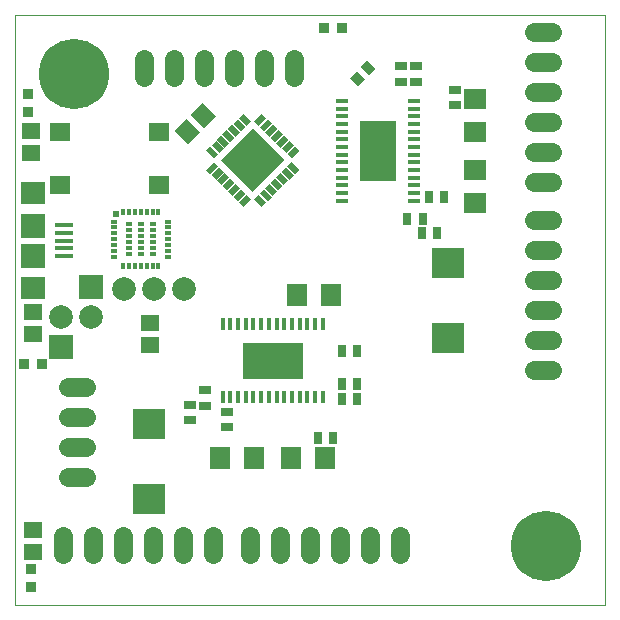
<source format=gts>
G75*
%MOIN*%
%OFA0B0*%
%FSLAX25Y25*%
%IPPOS*%
%LPD*%
%AMOC8*
5,1,8,0,0,1.08239X$1,22.5*
%
%ADD10C,0.00000*%
%ADD11R,0.01778X0.04337*%
%ADD12R,0.20085X0.12211*%
%ADD13R,0.06699X0.07498*%
%ADD14R,0.03943X0.03156*%
%ADD15R,0.03156X0.03943*%
%ADD16R,0.11030X0.10439*%
%ADD17R,0.04337X0.01778*%
%ADD18R,0.12211X0.20085*%
%ADD19R,0.07498X0.06699*%
%ADD20C,0.06400*%
%ADD21R,0.03550X0.03550*%
%ADD22R,0.05518X0.06306*%
%ADD23R,0.06700X0.05912*%
%ADD24R,0.06306X0.05518*%
%ADD25C,0.23400*%
%ADD26R,0.02100X0.03600*%
%ADD27R,0.15000X0.15000*%
%ADD28R,0.02362X0.01181*%
%ADD29R,0.01181X0.02362*%
%ADD30R,0.01969X0.01969*%
%ADD31C,0.07900*%
%ADD32R,0.07900X0.07900*%
%ADD33R,0.05912X0.01778*%
%ADD34R,0.07880X0.07487*%
%ADD35R,0.07880X0.07880*%
D10*
X0034331Y0035000D02*
X0034331Y0231850D01*
X0231181Y0231850D01*
X0231181Y0035000D01*
X0034331Y0035000D01*
D11*
X0103669Y0104270D03*
X0106228Y0104270D03*
X0108787Y0104270D03*
X0111346Y0104270D03*
X0113906Y0104270D03*
X0116465Y0104270D03*
X0119024Y0104270D03*
X0121583Y0104270D03*
X0124142Y0104270D03*
X0126701Y0104270D03*
X0129260Y0104270D03*
X0131819Y0104270D03*
X0134378Y0104270D03*
X0136937Y0104270D03*
X0136937Y0128581D03*
X0134378Y0128581D03*
X0131819Y0128581D03*
X0129260Y0128581D03*
X0126701Y0128581D03*
X0124142Y0128581D03*
X0121583Y0128581D03*
X0119024Y0128581D03*
X0116465Y0128581D03*
X0113906Y0128581D03*
X0111346Y0128581D03*
X0108787Y0128581D03*
X0106228Y0128581D03*
X0103669Y0128581D03*
D12*
X0120303Y0116425D03*
D13*
X0128500Y0138516D03*
X0139697Y0138516D03*
X0137697Y0083945D03*
X0126500Y0083945D03*
X0114059Y0083945D03*
X0102862Y0083945D03*
D14*
X0105039Y0094295D03*
X0105039Y0099413D03*
X0097697Y0101492D03*
X0092839Y0101720D03*
X0092839Y0096602D03*
X0097697Y0106610D03*
X0180996Y0201583D03*
X0180996Y0206701D03*
X0168169Y0209535D03*
X0163091Y0209535D03*
X0163091Y0214654D03*
X0168169Y0214654D03*
D15*
G36*
X0149631Y0214386D02*
X0151863Y0216618D01*
X0154649Y0213832D01*
X0152417Y0211600D01*
X0149631Y0214386D01*
G37*
G36*
X0146012Y0210767D02*
X0148244Y0212999D01*
X0151030Y0210213D01*
X0148798Y0207981D01*
X0146012Y0210767D01*
G37*
X0172417Y0171209D03*
X0177535Y0171209D03*
X0170339Y0163866D03*
X0170110Y0159008D03*
X0175228Y0159008D03*
X0165220Y0163866D03*
X0148531Y0119642D03*
X0143413Y0119642D03*
X0143366Y0108740D03*
X0143366Y0103661D03*
X0148484Y0103661D03*
X0148484Y0108740D03*
X0140531Y0090835D03*
X0135413Y0090835D03*
D16*
X0178587Y0124016D03*
X0178587Y0148976D03*
X0079087Y0095476D03*
X0079087Y0070516D03*
D17*
X0143250Y0169839D03*
X0143250Y0172398D03*
X0143250Y0174957D03*
X0143250Y0177516D03*
X0143250Y0180075D03*
X0143250Y0182634D03*
X0143250Y0185193D03*
X0143250Y0187752D03*
X0143250Y0190311D03*
X0143250Y0192870D03*
X0143250Y0195429D03*
X0143250Y0197988D03*
X0143250Y0200547D03*
X0143250Y0203106D03*
X0167561Y0203106D03*
X0167561Y0200547D03*
X0167561Y0197988D03*
X0167561Y0195429D03*
X0167561Y0192870D03*
X0167561Y0190311D03*
X0167561Y0187752D03*
X0167561Y0185193D03*
X0167561Y0182634D03*
X0167561Y0180075D03*
X0167561Y0177516D03*
X0167561Y0174957D03*
X0167561Y0172398D03*
X0167561Y0169839D03*
D18*
X0155406Y0186472D03*
D19*
X0187886Y0192669D03*
X0187886Y0203866D03*
X0187886Y0180228D03*
X0187886Y0169031D03*
D20*
X0207331Y0163500D02*
X0213331Y0163500D01*
X0213331Y0153500D02*
X0207331Y0153500D01*
X0207331Y0143500D02*
X0213331Y0143500D01*
X0213331Y0133500D02*
X0207331Y0133500D01*
X0207331Y0123500D02*
X0213331Y0123500D01*
X0213331Y0113500D02*
X0207331Y0113500D01*
X0162831Y0058000D02*
X0162831Y0052000D01*
X0152831Y0052000D02*
X0152831Y0058000D01*
X0142831Y0058000D02*
X0142831Y0052000D01*
X0132831Y0052000D02*
X0132831Y0058000D01*
X0122831Y0058000D02*
X0122831Y0052000D01*
X0112831Y0052000D02*
X0112831Y0058000D01*
X0100331Y0058000D02*
X0100331Y0052000D01*
X0090331Y0052000D02*
X0090331Y0058000D01*
X0080331Y0058000D02*
X0080331Y0052000D01*
X0070331Y0052000D02*
X0070331Y0058000D01*
X0060331Y0058000D02*
X0060331Y0052000D01*
X0050331Y0052000D02*
X0050331Y0058000D01*
X0052000Y0077728D02*
X0058000Y0077728D01*
X0058000Y0087728D02*
X0052000Y0087728D01*
X0052000Y0097728D02*
X0058000Y0097728D01*
X0058000Y0107728D02*
X0052000Y0107728D01*
X0077331Y0211000D02*
X0077331Y0217000D01*
X0087331Y0217000D02*
X0087331Y0211000D01*
X0097331Y0211000D02*
X0097331Y0217000D01*
X0107331Y0217000D02*
X0107331Y0211000D01*
X0117331Y0211000D02*
X0117331Y0217000D01*
X0127331Y0217000D02*
X0127331Y0211000D01*
X0207331Y0206000D02*
X0213331Y0206000D01*
X0213331Y0196000D02*
X0207331Y0196000D01*
X0207331Y0186000D02*
X0213331Y0186000D01*
X0213331Y0176000D02*
X0207331Y0176000D01*
X0207331Y0216000D02*
X0213331Y0216000D01*
X0213331Y0226000D02*
X0207331Y0226000D01*
D21*
X0143283Y0227500D03*
X0137378Y0227500D03*
X0038831Y0205453D03*
X0038831Y0199547D03*
X0037378Y0115500D03*
X0043283Y0115500D03*
X0039831Y0046953D03*
X0039831Y0041047D03*
D22*
G36*
X0087652Y0193194D02*
X0091554Y0197096D01*
X0096012Y0192638D01*
X0092110Y0188736D01*
X0087652Y0193194D01*
G37*
G36*
X0092942Y0198483D02*
X0096844Y0202385D01*
X0101302Y0197927D01*
X0097400Y0194025D01*
X0092942Y0198483D01*
G37*
D23*
X0082366Y0192858D03*
X0082366Y0175142D03*
X0049295Y0175142D03*
X0049295Y0192858D03*
D24*
X0039831Y0193240D03*
X0039831Y0185760D03*
X0040331Y0132740D03*
X0040331Y0125260D03*
X0079331Y0121760D03*
X0079331Y0129240D03*
X0040331Y0060240D03*
X0040331Y0052760D03*
D25*
X0054016Y0212165D03*
X0211496Y0054685D03*
D26*
G36*
X0114200Y0170378D02*
X0115685Y0171863D01*
X0118230Y0169318D01*
X0116745Y0167833D01*
X0114200Y0170378D01*
G37*
G36*
X0110452Y0167833D02*
X0108967Y0169318D01*
X0111512Y0171863D01*
X0112997Y0170378D01*
X0110452Y0167833D01*
G37*
G36*
X0108614Y0169671D02*
X0107129Y0171156D01*
X0109674Y0173701D01*
X0111159Y0172216D01*
X0108614Y0169671D01*
G37*
G36*
X0106846Y0171439D02*
X0105361Y0172924D01*
X0107906Y0175469D01*
X0109391Y0173984D01*
X0106846Y0171439D01*
G37*
G36*
X0105007Y0173278D02*
X0103522Y0174763D01*
X0106067Y0177308D01*
X0107552Y0175823D01*
X0105007Y0173278D01*
G37*
G36*
X0103169Y0175116D02*
X0101684Y0176601D01*
X0104229Y0179146D01*
X0105714Y0177661D01*
X0103169Y0175116D01*
G37*
G36*
X0101401Y0176884D02*
X0099916Y0178369D01*
X0102461Y0180914D01*
X0103946Y0179429D01*
X0101401Y0176884D01*
G37*
G36*
X0099563Y0178722D02*
X0098078Y0180207D01*
X0100623Y0182752D01*
X0102108Y0181267D01*
X0099563Y0178722D01*
G37*
G36*
X0098078Y0186500D02*
X0099563Y0187985D01*
X0102108Y0185440D01*
X0100623Y0183955D01*
X0098078Y0186500D01*
G37*
G36*
X0099916Y0188338D02*
X0101401Y0189823D01*
X0103946Y0187278D01*
X0102461Y0185793D01*
X0099916Y0188338D01*
G37*
G36*
X0101684Y0190106D02*
X0103169Y0191591D01*
X0105714Y0189046D01*
X0104229Y0187561D01*
X0101684Y0190106D01*
G37*
G36*
X0103522Y0191945D02*
X0105007Y0193430D01*
X0107552Y0190885D01*
X0106067Y0189400D01*
X0103522Y0191945D01*
G37*
G36*
X0105361Y0193783D02*
X0106846Y0195268D01*
X0109391Y0192723D01*
X0107906Y0191238D01*
X0105361Y0193783D01*
G37*
G36*
X0107129Y0195551D02*
X0108614Y0197036D01*
X0111159Y0194491D01*
X0109674Y0193006D01*
X0107129Y0195551D01*
G37*
G36*
X0108967Y0197389D02*
X0110452Y0198874D01*
X0112997Y0196329D01*
X0111512Y0194844D01*
X0108967Y0197389D01*
G37*
G36*
X0115685Y0194844D02*
X0114200Y0196329D01*
X0116745Y0198874D01*
X0118230Y0197389D01*
X0115685Y0194844D01*
G37*
G36*
X0117523Y0193006D02*
X0116038Y0194491D01*
X0118583Y0197036D01*
X0120068Y0195551D01*
X0117523Y0193006D01*
G37*
G36*
X0119291Y0191238D02*
X0117806Y0192723D01*
X0120351Y0195268D01*
X0121836Y0193783D01*
X0119291Y0191238D01*
G37*
G36*
X0121129Y0189400D02*
X0119644Y0190885D01*
X0122189Y0193430D01*
X0123674Y0191945D01*
X0121129Y0189400D01*
G37*
G36*
X0122968Y0187561D02*
X0121483Y0189046D01*
X0124028Y0191591D01*
X0125513Y0190106D01*
X0122968Y0187561D01*
G37*
G36*
X0124736Y0185793D02*
X0123251Y0187278D01*
X0125796Y0189823D01*
X0127281Y0188338D01*
X0124736Y0185793D01*
G37*
G36*
X0126574Y0183955D02*
X0125089Y0185440D01*
X0127634Y0187985D01*
X0129119Y0186500D01*
X0126574Y0183955D01*
G37*
G36*
X0125089Y0181267D02*
X0126574Y0182752D01*
X0129119Y0180207D01*
X0127634Y0178722D01*
X0125089Y0181267D01*
G37*
G36*
X0123251Y0179429D02*
X0124736Y0180914D01*
X0127281Y0178369D01*
X0125796Y0176884D01*
X0123251Y0179429D01*
G37*
G36*
X0121483Y0177661D02*
X0122968Y0179146D01*
X0125513Y0176601D01*
X0124028Y0175116D01*
X0121483Y0177661D01*
G37*
G36*
X0119644Y0175823D02*
X0121129Y0177308D01*
X0123674Y0174763D01*
X0122189Y0173278D01*
X0119644Y0175823D01*
G37*
G36*
X0117806Y0173984D02*
X0119291Y0175469D01*
X0121836Y0172924D01*
X0120351Y0171439D01*
X0117806Y0173984D01*
G37*
G36*
X0116038Y0172216D02*
X0117523Y0173701D01*
X0120068Y0171156D01*
X0118583Y0169671D01*
X0116038Y0172216D01*
G37*
D27*
G36*
X0124204Y0183354D02*
X0113598Y0172748D01*
X0102992Y0183354D01*
X0113598Y0193960D01*
X0124204Y0183354D01*
G37*
D28*
X0085386Y0162906D03*
X0085386Y0160937D03*
X0085386Y0158969D03*
X0085386Y0157000D03*
X0085386Y0155031D03*
X0085386Y0153063D03*
X0085386Y0151094D03*
X0080268Y0152079D03*
X0080268Y0154047D03*
X0080268Y0156016D03*
X0080268Y0157984D03*
X0080268Y0159953D03*
X0080268Y0161921D03*
X0076331Y0161921D03*
X0076331Y0159953D03*
X0076331Y0157984D03*
X0076331Y0156016D03*
X0076331Y0154047D03*
X0076331Y0152079D03*
X0072394Y0152079D03*
X0072394Y0154047D03*
X0072394Y0156016D03*
X0072394Y0157984D03*
X0072394Y0159953D03*
X0072394Y0161921D03*
X0067276Y0160937D03*
X0067276Y0158969D03*
X0067276Y0157000D03*
X0067276Y0155031D03*
X0067276Y0153063D03*
X0067276Y0151094D03*
X0067276Y0162906D03*
D29*
X0070425Y0166055D03*
X0072394Y0166055D03*
X0074362Y0166055D03*
X0076331Y0166055D03*
X0078299Y0166055D03*
X0080268Y0166055D03*
X0082236Y0166055D03*
X0082236Y0147945D03*
X0080268Y0147945D03*
X0078299Y0147945D03*
X0076331Y0147945D03*
X0074362Y0147945D03*
X0072394Y0147945D03*
X0070425Y0147945D03*
D30*
X0068053Y0165278D03*
D31*
X0070831Y0140500D03*
X0080831Y0140500D03*
X0090831Y0140500D03*
X0059831Y0131000D03*
X0049831Y0131000D03*
D32*
X0049831Y0121000D03*
X0059831Y0141000D03*
D33*
X0050764Y0151382D03*
X0050764Y0153941D03*
X0050764Y0156500D03*
X0050764Y0159059D03*
X0050764Y0161618D03*
D34*
X0040331Y0172248D03*
X0040331Y0140752D03*
D35*
X0040331Y0151500D03*
X0040331Y0161500D03*
M02*

</source>
